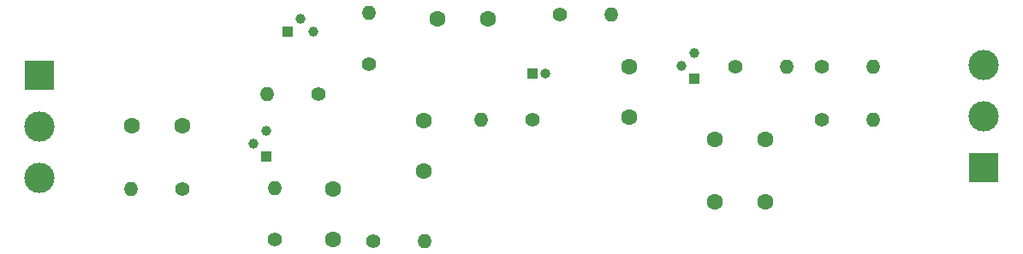
<source format=gbr>
G04 #@! TF.FileFunction,Copper,L2,Bot,Signal*
%FSLAX46Y46*%
G04 Gerber Fmt 4.6, Leading zero omitted, Abs format (unit mm)*
G04 Created by KiCad (PCBNEW 4.0.6) date 06/17/17 08:19:30*
%MOMM*%
%LPD*%
G01*
G04 APERTURE LIST*
%ADD10C,0.100000*%
%ADD11C,1.600000*%
%ADD12R,3.000000X3.000000*%
%ADD13C,3.000000*%
%ADD14R,1.000000X1.000000*%
%ADD15O,1.000000X1.000000*%
%ADD16C,1.000000*%
%ADD17C,1.400000*%
%ADD18O,1.400000X1.400000*%
G04 APERTURE END LIST*
D10*
D11*
X69316600Y-114147600D03*
X74316600Y-114147600D03*
X98196400Y-113614200D03*
X98196400Y-118614200D03*
X104495600Y-103581200D03*
X99495600Y-103581200D03*
X89179400Y-125446800D03*
X89179400Y-120446800D03*
X126949200Y-115544600D03*
X131949200Y-115544600D03*
X118491000Y-108305600D03*
X118491000Y-113305600D03*
X131927600Y-121716800D03*
X126927600Y-121716800D03*
D12*
X60172600Y-109143800D03*
D13*
X60172600Y-114223800D03*
X60172600Y-119303800D03*
D14*
X108915200Y-108966000D03*
D15*
X110185200Y-108966000D03*
D12*
X153543000Y-118262400D03*
D13*
X153543000Y-113182400D03*
X153543000Y-108102400D03*
D16*
X85979000Y-103530400D03*
X87249000Y-104800400D03*
D14*
X84709000Y-104800400D03*
D16*
X81330800Y-115951000D03*
X82600800Y-114681000D03*
D14*
X82600800Y-117221000D03*
D16*
X123698000Y-108204000D03*
X124968000Y-106934000D03*
D14*
X124968000Y-109474000D03*
D17*
X108915200Y-113588800D03*
D18*
X103835200Y-113588800D03*
D17*
X87731600Y-111023400D03*
D18*
X82651600Y-111023400D03*
D17*
X74320400Y-120421400D03*
D18*
X69240400Y-120421400D03*
D17*
X92760800Y-108077000D03*
D18*
X92760800Y-102997000D03*
D17*
X83464400Y-125425200D03*
D18*
X83464400Y-120345200D03*
D17*
X128955800Y-108305600D03*
D18*
X134035800Y-108305600D03*
D17*
X137515600Y-108331000D03*
D18*
X142595600Y-108331000D03*
D17*
X93141800Y-125552200D03*
D18*
X98221800Y-125552200D03*
D17*
X111633000Y-103124000D03*
D18*
X116713000Y-103124000D03*
D17*
X137515600Y-113538000D03*
D18*
X142595600Y-113538000D03*
M02*

</source>
